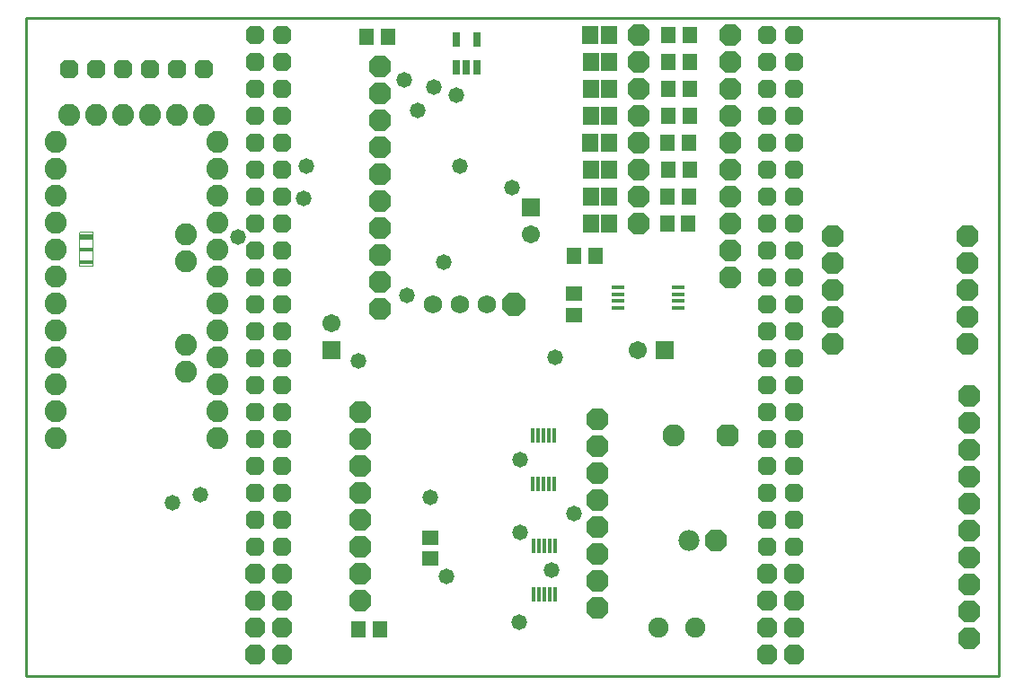
<source format=gts>
%FSLAX24Y24*%
%MOIN*%
G70*
G01*
G75*
G04 Layer_Color=8388736*
%ADD10R,0.0440X0.0560*%
%ADD11R,0.0220X0.0480*%
%ADD12R,0.0560X0.0440*%
%ADD13R,0.0520X0.0600*%
%ADD14R,0.0120X0.0570*%
%ADD15R,0.0400X0.0100*%
%ADD16C,0.0100*%
%ADD17C,0.0320*%
%ADD18R,0.0010X0.1293*%
%ADD19R,0.0010X0.0010*%
%ADD20R,0.0010X0.0170*%
%ADD21R,0.0010X0.0164*%
%ADD22R,0.0010X0.0163*%
%ADD23R,0.0010X0.0009*%
%ADD24R,0.0013X0.0010*%
%ADD25R,0.0013X0.0170*%
%ADD26R,0.0013X0.0164*%
%ADD27R,0.0013X0.0163*%
%ADD28R,0.0013X0.0009*%
%ADD29R,0.0009X0.0010*%
%ADD30R,0.0009X0.0170*%
%ADD31R,0.0009X0.0164*%
%ADD32R,0.0009X0.0163*%
%ADD33R,0.0009X0.0009*%
%ADD34R,0.0009X0.1293*%
G04:AMPARAMS|DCode=35|XSize=70mil|YSize=70mil|CornerRadius=0mil|HoleSize=0mil|Usage=FLASHONLY|Rotation=180.000|XOffset=0mil|YOffset=0mil|HoleType=Round|Shape=Octagon|*
%AMOCTAGOND35*
4,1,8,-0.0350,0.0175,-0.0350,-0.0175,-0.0175,-0.0350,0.0175,-0.0350,0.0350,-0.0175,0.0350,0.0175,0.0175,0.0350,-0.0175,0.0350,-0.0350,0.0175,0.0*
%
%ADD35OCTAGOND35*%

%ADD36C,0.0700*%
%ADD37C,0.0750*%
G04:AMPARAMS|DCode=38|XSize=75mil|YSize=75mil|CornerRadius=0mil|HoleSize=0mil|Usage=FLASHONLY|Rotation=0.000|XOffset=0mil|YOffset=0mil|HoleType=Round|Shape=Octagon|*
%AMOCTAGOND38*
4,1,8,0.0375,-0.0188,0.0375,0.0188,0.0188,0.0375,-0.0188,0.0375,-0.0375,0.0188,-0.0375,-0.0188,-0.0188,-0.0375,0.0188,-0.0375,0.0375,-0.0188,0.0*
%
%ADD38OCTAGOND38*%

G04:AMPARAMS|DCode=39|XSize=60mil|YSize=60mil|CornerRadius=0mil|HoleSize=0mil|Usage=FLASHONLY|Rotation=90.000|XOffset=0mil|YOffset=0mil|HoleType=Round|Shape=Octagon|*
%AMOCTAGOND39*
4,1,8,0.0150,0.0300,-0.0150,0.0300,-0.0300,0.0150,-0.0300,-0.0150,-0.0150,-0.0300,0.0150,-0.0300,0.0300,-0.0150,0.0300,0.0150,0.0150,0.0300,0.0*
%
%ADD39OCTAGOND39*%

%ADD40C,0.0600*%
G04:AMPARAMS|DCode=41|XSize=76mil|YSize=76mil|CornerRadius=0mil|HoleSize=0mil|Usage=FLASHONLY|Rotation=0.000|XOffset=0mil|YOffset=0mil|HoleType=Round|Shape=Octagon|*
%AMOCTAGOND41*
4,1,8,0.0380,-0.0190,0.0380,0.0190,0.0190,0.0380,-0.0190,0.0380,-0.0380,0.0190,-0.0380,-0.0190,-0.0190,-0.0380,0.0190,-0.0380,0.0380,-0.0190,0.0*
%
%ADD41OCTAGOND41*%

G04:AMPARAMS|DCode=42|XSize=66mil|YSize=66mil|CornerRadius=0mil|HoleSize=0mil|Usage=FLASHONLY|Rotation=270.000|XOffset=0mil|YOffset=0mil|HoleType=Round|Shape=Octagon|*
%AMOCTAGOND42*
4,1,8,-0.0165,-0.0330,0.0165,-0.0330,0.0330,-0.0165,0.0330,0.0165,0.0165,0.0330,-0.0165,0.0330,-0.0330,0.0165,-0.0330,-0.0165,-0.0165,-0.0330,0.0*
%
%ADD42OCTAGOND42*%

%ADD43C,0.0740*%
%ADD44C,0.0670*%
%ADD45C,0.0591*%
%ADD46R,0.0591X0.0591*%
%ADD47R,0.0591X0.0591*%
%ADD48C,0.0500*%
%ADD49R,0.0390X0.0120*%
%ADD50C,0.0180*%
%ADD51C,0.0270*%
%ADD52C,0.0060*%
%ADD53C,0.0040*%
%ADD54C,0.0080*%
%ADD55C,0.0050*%
%ADD56C,0.0079*%
%ADD57C,0.0034*%
%ADD58R,0.0260X0.0555*%
%ADD59R,0.0256X0.0555*%
%ADD60R,0.0555X0.0260*%
%ADD61R,0.0555X0.0256*%
%ADD62R,0.0200X0.0800*%
%ADD63R,0.0256X0.0555*%
%ADD64R,0.0555X0.0256*%
%ADD65R,0.0520X0.0640*%
%ADD66R,0.0300X0.0560*%
%ADD67R,0.0640X0.0520*%
%ADD68R,0.0600X0.0680*%
%ADD69R,0.0480X0.0180*%
G04:AMPARAMS|DCode=70|XSize=78mil|YSize=78mil|CornerRadius=0mil|HoleSize=0mil|Usage=FLASHONLY|Rotation=180.000|XOffset=0mil|YOffset=0mil|HoleType=Round|Shape=Octagon|*
%AMOCTAGOND70*
4,1,8,-0.0390,0.0195,-0.0390,-0.0195,-0.0195,-0.0390,0.0195,-0.0390,0.0390,-0.0195,0.0390,0.0195,0.0195,0.0390,-0.0195,0.0390,-0.0390,0.0195,0.0*
%
%ADD70OCTAGOND70*%

%ADD71C,0.0780*%
%ADD72C,0.0830*%
G04:AMPARAMS|DCode=73|XSize=83mil|YSize=83mil|CornerRadius=0mil|HoleSize=0mil|Usage=FLASHONLY|Rotation=0.000|XOffset=0mil|YOffset=0mil|HoleType=Round|Shape=Octagon|*
%AMOCTAGOND73*
4,1,8,0.0415,-0.0208,0.0415,0.0208,0.0208,0.0415,-0.0208,0.0415,-0.0415,0.0208,-0.0415,-0.0208,-0.0208,-0.0415,0.0208,-0.0415,0.0415,-0.0208,0.0*
%
%ADD73OCTAGOND73*%

G04:AMPARAMS|DCode=74|XSize=68mil|YSize=68mil|CornerRadius=0mil|HoleSize=0mil|Usage=FLASHONLY|Rotation=90.000|XOffset=0mil|YOffset=0mil|HoleType=Round|Shape=Octagon|*
%AMOCTAGOND74*
4,1,8,0.0170,0.0340,-0.0170,0.0340,-0.0340,0.0170,-0.0340,-0.0170,-0.0170,-0.0340,0.0170,-0.0340,0.0340,-0.0170,0.0340,0.0170,0.0170,0.0340,0.0*
%
%ADD74OCTAGOND74*%

%ADD75C,0.0680*%
G04:AMPARAMS|DCode=76|XSize=84mil|YSize=84mil|CornerRadius=0mil|HoleSize=0mil|Usage=FLASHONLY|Rotation=0.000|XOffset=0mil|YOffset=0mil|HoleType=Round|Shape=Octagon|*
%AMOCTAGOND76*
4,1,8,0.0420,-0.0210,0.0420,0.0210,0.0210,0.0420,-0.0210,0.0420,-0.0420,0.0210,-0.0420,-0.0210,-0.0210,-0.0420,0.0210,-0.0420,0.0420,-0.0210,0.0*
%
%ADD76OCTAGOND76*%

G04:AMPARAMS|DCode=77|XSize=74mil|YSize=74mil|CornerRadius=0mil|HoleSize=0mil|Usage=FLASHONLY|Rotation=270.000|XOffset=0mil|YOffset=0mil|HoleType=Round|Shape=Octagon|*
%AMOCTAGOND77*
4,1,8,-0.0185,-0.0370,0.0185,-0.0370,0.0370,-0.0185,0.0370,0.0185,0.0185,0.0370,-0.0185,0.0370,-0.0370,0.0185,-0.0370,-0.0185,-0.0185,-0.0370,0.0*
%
%ADD77OCTAGOND77*%

%ADD78C,0.0820*%
%ADD79C,0.0671*%
%ADD80R,0.0671X0.0671*%
%ADD81R,0.0671X0.0671*%
%ADD82C,0.0580*%
D14*
X39750Y25250D02*
D03*
X39950D02*
D03*
X40350D02*
D03*
X40150D02*
D03*
X40550D02*
D03*
Y23450D02*
D03*
X40350D02*
D03*
X40150D02*
D03*
X39950D02*
D03*
X39750D02*
D03*
X39800Y21150D02*
D03*
X40000D02*
D03*
X40400D02*
D03*
X40200D02*
D03*
X40600D02*
D03*
Y19350D02*
D03*
X40400D02*
D03*
X40200D02*
D03*
X40000D02*
D03*
X39800D02*
D03*
D16*
X20950Y16300D02*
Y40750D01*
Y16300D02*
X57050D01*
Y40750D01*
X57050Y40750D02*
X57050Y40750D01*
X20950Y40750D02*
X57050D01*
D18*
X22975Y32143D02*
D03*
D19*
X22985Y32785D02*
D03*
X22995D02*
D03*
X23005D02*
D03*
X23015D02*
D03*
X23025D02*
D03*
X23035D02*
D03*
X23045D02*
D03*
X23055D02*
D03*
X23065D02*
D03*
X23075D02*
D03*
X23085D02*
D03*
X23095D02*
D03*
X23105D02*
D03*
X23115D02*
D03*
X23125D02*
D03*
X23135D02*
D03*
X23145D02*
D03*
X23155D02*
D03*
X23165D02*
D03*
X23175D02*
D03*
X23185D02*
D03*
X23195D02*
D03*
X23205D02*
D03*
D20*
X22985Y32615D02*
D03*
X22995D02*
D03*
X23005D02*
D03*
X23015D02*
D03*
X23025D02*
D03*
X23035D02*
D03*
X23045D02*
D03*
X23055D02*
D03*
X23065D02*
D03*
X23075D02*
D03*
X23085D02*
D03*
X23095D02*
D03*
X23105D02*
D03*
X23115D02*
D03*
X23125D02*
D03*
X23135D02*
D03*
X23145D02*
D03*
X23155D02*
D03*
X23165D02*
D03*
X23175D02*
D03*
X23185D02*
D03*
X23195D02*
D03*
X23205D02*
D03*
D21*
X22985Y32138D02*
D03*
X22995D02*
D03*
X23005D02*
D03*
X23015D02*
D03*
X23025D02*
D03*
X23035D02*
D03*
X23045D02*
D03*
X23055D02*
D03*
X23065D02*
D03*
X23075D02*
D03*
X23085D02*
D03*
X23095D02*
D03*
X23105D02*
D03*
X23115D02*
D03*
X23125D02*
D03*
X23135D02*
D03*
X23145D02*
D03*
X23155D02*
D03*
X23165D02*
D03*
X23175D02*
D03*
X23185D02*
D03*
X23195D02*
D03*
X23205D02*
D03*
D22*
X22985Y31665D02*
D03*
X22995D02*
D03*
X23005D02*
D03*
X23015D02*
D03*
X23025D02*
D03*
X23035D02*
D03*
X23045D02*
D03*
X23055D02*
D03*
X23065D02*
D03*
X23075D02*
D03*
X23085D02*
D03*
X23095D02*
D03*
X23105D02*
D03*
X23115D02*
D03*
X23125D02*
D03*
X23135D02*
D03*
X23145D02*
D03*
X23155D02*
D03*
X23165D02*
D03*
X23175D02*
D03*
X23185D02*
D03*
X23195D02*
D03*
X23205D02*
D03*
D23*
X22985Y31501D02*
D03*
X22995D02*
D03*
X23005D02*
D03*
X23015D02*
D03*
X23025D02*
D03*
X23035D02*
D03*
X23045D02*
D03*
X23055D02*
D03*
X23065D02*
D03*
X23075D02*
D03*
X23085D02*
D03*
X23095D02*
D03*
X23105D02*
D03*
X23115D02*
D03*
X23125D02*
D03*
X23135D02*
D03*
X23145D02*
D03*
X23155D02*
D03*
X23165D02*
D03*
X23175D02*
D03*
X23185D02*
D03*
X23195D02*
D03*
X23205D02*
D03*
D24*
X23216Y32785D02*
D03*
D25*
Y32615D02*
D03*
D26*
X23216Y32138D02*
D03*
D27*
X23216Y31665D02*
D03*
D28*
X23216Y31501D02*
D03*
D29*
X23227Y32785D02*
D03*
X23236D02*
D03*
X23244D02*
D03*
X23253D02*
D03*
X23262D02*
D03*
X23270D02*
D03*
X23279D02*
D03*
X23287D02*
D03*
X23296D02*
D03*
X23305D02*
D03*
X23313D02*
D03*
X23322D02*
D03*
X23330D02*
D03*
X23339D02*
D03*
X23348D02*
D03*
X23356D02*
D03*
X23365D02*
D03*
X23373D02*
D03*
X23382D02*
D03*
X23391D02*
D03*
X23399D02*
D03*
X23408D02*
D03*
X23416D02*
D03*
X23425D02*
D03*
X23434D02*
D03*
X23442D02*
D03*
X23451D02*
D03*
X23459D02*
D03*
D30*
X23227Y32615D02*
D03*
X23236D02*
D03*
X23244D02*
D03*
X23253D02*
D03*
X23262D02*
D03*
X23270D02*
D03*
X23279D02*
D03*
X23287D02*
D03*
X23296D02*
D03*
X23305D02*
D03*
X23313D02*
D03*
X23322D02*
D03*
X23330D02*
D03*
X23339D02*
D03*
X23348D02*
D03*
X23356D02*
D03*
X23365D02*
D03*
X23373D02*
D03*
X23382D02*
D03*
X23391D02*
D03*
X23399D02*
D03*
X23408D02*
D03*
X23416D02*
D03*
X23425D02*
D03*
X23434D02*
D03*
X23442D02*
D03*
X23451D02*
D03*
X23459D02*
D03*
D31*
X23227Y32138D02*
D03*
X23236D02*
D03*
X23244D02*
D03*
X23253D02*
D03*
X23262D02*
D03*
X23270D02*
D03*
X23279D02*
D03*
X23287D02*
D03*
X23296D02*
D03*
X23305D02*
D03*
X23313D02*
D03*
X23322D02*
D03*
X23330D02*
D03*
X23339D02*
D03*
X23348D02*
D03*
X23356D02*
D03*
X23365D02*
D03*
X23373D02*
D03*
X23382D02*
D03*
X23391D02*
D03*
X23399D02*
D03*
X23408D02*
D03*
X23416D02*
D03*
X23425D02*
D03*
X23434D02*
D03*
X23442D02*
D03*
X23451D02*
D03*
X23459D02*
D03*
D32*
X23227Y31665D02*
D03*
X23236D02*
D03*
X23244D02*
D03*
X23253D02*
D03*
X23262Y31665D02*
D03*
X23270D02*
D03*
X23279D02*
D03*
X23287D02*
D03*
X23296Y31665D02*
D03*
X23304D02*
D03*
X23313D02*
D03*
X23322D02*
D03*
X23330D02*
D03*
X23339D02*
D03*
X23347D02*
D03*
X23356D02*
D03*
X23365D02*
D03*
X23373Y31665D02*
D03*
X23382D02*
D03*
X23391D02*
D03*
X23399Y31665D02*
D03*
X23408D02*
D03*
X23416D02*
D03*
X23425D02*
D03*
X23433D02*
D03*
X23442D02*
D03*
X23451D02*
D03*
X23459D02*
D03*
D33*
X23227Y31501D02*
D03*
X23236D02*
D03*
X23244D02*
D03*
X23253D02*
D03*
X23262D02*
D03*
X23270D02*
D03*
X23279D02*
D03*
X23287D02*
D03*
X23296D02*
D03*
X23305D02*
D03*
X23313D02*
D03*
X23322D02*
D03*
X23330D02*
D03*
X23339D02*
D03*
X23348D02*
D03*
X23356D02*
D03*
X23365D02*
D03*
X23373D02*
D03*
X23382D02*
D03*
X23391D02*
D03*
X23399D02*
D03*
X23408D02*
D03*
X23416D02*
D03*
X23425D02*
D03*
X23434D02*
D03*
X23442D02*
D03*
X23451D02*
D03*
X23459D02*
D03*
D34*
X23468Y32143D02*
D03*
D37*
X44421Y18100D02*
D03*
X45800D02*
D03*
D65*
X34394Y40050D02*
D03*
X33600D02*
D03*
X45594Y40100D02*
D03*
X44800D02*
D03*
X45594Y39100D02*
D03*
X44800D02*
D03*
X45594Y38100D02*
D03*
X44800D02*
D03*
X45600Y37100D02*
D03*
X44806D02*
D03*
X45550Y36100D02*
D03*
X44756D02*
D03*
X45600Y35100D02*
D03*
X44806D02*
D03*
X45550Y34100D02*
D03*
X44756D02*
D03*
X45544Y33100D02*
D03*
X44750D02*
D03*
X33306Y18050D02*
D03*
X34100D02*
D03*
X41306Y31900D02*
D03*
X42100D02*
D03*
D66*
X36926Y38888D02*
D03*
X37300D02*
D03*
X37680D02*
D03*
Y39920D02*
D03*
X36926D02*
D03*
D67*
X35950Y20656D02*
D03*
Y21450D02*
D03*
X41300Y30494D02*
D03*
Y29700D02*
D03*
D68*
X41910Y40100D02*
D03*
X42585D02*
D03*
X41925Y39100D02*
D03*
X42600D02*
D03*
X41925Y38100D02*
D03*
X42600D02*
D03*
X41925Y37100D02*
D03*
X42600D02*
D03*
X41910Y36107D02*
D03*
X42585D02*
D03*
X41925Y35100D02*
D03*
X42600D02*
D03*
X41925Y34100D02*
D03*
X42600D02*
D03*
X41925Y33100D02*
D03*
X42600D02*
D03*
D69*
X45158Y29966D02*
D03*
Y30222D02*
D03*
Y30480D02*
D03*
Y30740D02*
D03*
X42940D02*
D03*
Y30480D02*
D03*
Y30222D02*
D03*
Y29966D02*
D03*
D70*
X43700Y40100D02*
D03*
Y39100D02*
D03*
Y38100D02*
D03*
Y37100D02*
D03*
Y36100D02*
D03*
Y35100D02*
D03*
Y34100D02*
D03*
Y33100D02*
D03*
X42150Y25850D02*
D03*
Y24850D02*
D03*
Y23850D02*
D03*
Y22850D02*
D03*
Y21850D02*
D03*
Y20850D02*
D03*
Y19850D02*
D03*
Y18850D02*
D03*
X55950Y26700D02*
D03*
Y25700D02*
D03*
Y24700D02*
D03*
Y23700D02*
D03*
Y22700D02*
D03*
Y21700D02*
D03*
Y20700D02*
D03*
Y19700D02*
D03*
Y18700D02*
D03*
Y17700D02*
D03*
X47100Y40100D02*
D03*
Y39100D02*
D03*
Y38100D02*
D03*
Y37100D02*
D03*
Y36100D02*
D03*
Y35100D02*
D03*
Y34100D02*
D03*
Y33100D02*
D03*
Y32100D02*
D03*
Y31100D02*
D03*
X34100Y29950D02*
D03*
Y30950D02*
D03*
Y31950D02*
D03*
Y32950D02*
D03*
Y33950D02*
D03*
Y34950D02*
D03*
Y35950D02*
D03*
Y36950D02*
D03*
Y37950D02*
D03*
Y38950D02*
D03*
X46550Y21350D02*
D03*
X33350Y26100D02*
D03*
Y25100D02*
D03*
Y24100D02*
D03*
Y23100D02*
D03*
Y22100D02*
D03*
Y21100D02*
D03*
Y20100D02*
D03*
Y19100D02*
D03*
X50900Y32650D02*
D03*
Y31650D02*
D03*
Y30650D02*
D03*
Y29650D02*
D03*
Y28650D02*
D03*
X55900D02*
D03*
Y29650D02*
D03*
Y30650D02*
D03*
Y31650D02*
D03*
Y32650D02*
D03*
D71*
X45550Y21350D02*
D03*
D72*
X45000Y25250D02*
D03*
D73*
X47000D02*
D03*
D74*
X22550Y38850D02*
D03*
X23550D02*
D03*
X24550D02*
D03*
X25550D02*
D03*
X26550D02*
D03*
X27550D02*
D03*
X48450Y40100D02*
D03*
X49450D02*
D03*
X48450Y39100D02*
D03*
X49450D02*
D03*
X48450Y38100D02*
D03*
X49450D02*
D03*
X48450Y37100D02*
D03*
X49450D02*
D03*
X48450Y36100D02*
D03*
X49450D02*
D03*
X48450Y35100D02*
D03*
X49450D02*
D03*
X48450Y34100D02*
D03*
X49450D02*
D03*
X48450Y33100D02*
D03*
X49450D02*
D03*
X48450Y32100D02*
D03*
X49450D02*
D03*
X48450Y31100D02*
D03*
X49450D02*
D03*
X48450Y30100D02*
D03*
X49450D02*
D03*
X48450Y29100D02*
D03*
X49450D02*
D03*
X48450Y28100D02*
D03*
X49450D02*
D03*
X48450Y27100D02*
D03*
X49450D02*
D03*
X48450Y26100D02*
D03*
X49450D02*
D03*
X48450Y25100D02*
D03*
X49450D02*
D03*
X48450Y24100D02*
D03*
X49450D02*
D03*
X48450Y23100D02*
D03*
X49450D02*
D03*
X48450Y22100D02*
D03*
X49450D02*
D03*
X48450Y21100D02*
D03*
X49450D02*
D03*
X29450Y40100D02*
D03*
X30450D02*
D03*
X29450Y39100D02*
D03*
X30450D02*
D03*
X29450Y38100D02*
D03*
X30450D02*
D03*
X29450Y37100D02*
D03*
X30450D02*
D03*
X29450Y36100D02*
D03*
X30450D02*
D03*
X29450Y35100D02*
D03*
X30450D02*
D03*
X29450Y34100D02*
D03*
X30450D02*
D03*
X29450Y33100D02*
D03*
X30450D02*
D03*
X29450Y32100D02*
D03*
X30450D02*
D03*
X29450Y31100D02*
D03*
X30450D02*
D03*
X29450Y30100D02*
D03*
X30450D02*
D03*
X29450Y29100D02*
D03*
X30450D02*
D03*
X29450Y28100D02*
D03*
X30450D02*
D03*
X29450Y27100D02*
D03*
X30450D02*
D03*
X29450Y26100D02*
D03*
X30450D02*
D03*
X29450Y25100D02*
D03*
X30450D02*
D03*
X29450Y24100D02*
D03*
X30450D02*
D03*
X29450Y23100D02*
D03*
X30450D02*
D03*
X29450Y22100D02*
D03*
X30450D02*
D03*
X29450Y21100D02*
D03*
X30450D02*
D03*
D75*
X36050Y30100D02*
D03*
X37050D02*
D03*
X38050D02*
D03*
D76*
X39050D02*
D03*
D77*
X48450Y20100D02*
D03*
X49450D02*
D03*
X48450Y19100D02*
D03*
X49450D02*
D03*
X48450Y18100D02*
D03*
X49450D02*
D03*
X48450Y17100D02*
D03*
X49450D02*
D03*
X29450Y20100D02*
D03*
X30450D02*
D03*
X29450Y19100D02*
D03*
X30450D02*
D03*
X29450Y18100D02*
D03*
X30450D02*
D03*
X29450Y17100D02*
D03*
X30450D02*
D03*
D78*
X28050Y32150D02*
D03*
Y33150D02*
D03*
Y34150D02*
D03*
Y35150D02*
D03*
Y36150D02*
D03*
X22050D02*
D03*
Y35150D02*
D03*
Y34150D02*
D03*
Y33150D02*
D03*
Y32150D02*
D03*
X26900Y32700D02*
D03*
X22550Y37150D02*
D03*
X23550D02*
D03*
X24550D02*
D03*
X25550D02*
D03*
X26550D02*
D03*
X27550D02*
D03*
X28050Y25150D02*
D03*
Y26150D02*
D03*
Y27150D02*
D03*
Y28150D02*
D03*
Y29150D02*
D03*
Y30150D02*
D03*
Y31150D02*
D03*
X22050D02*
D03*
Y30150D02*
D03*
Y29150D02*
D03*
Y28150D02*
D03*
Y27150D02*
D03*
Y26150D02*
D03*
Y25150D02*
D03*
X26900Y31700D02*
D03*
Y28600D02*
D03*
Y27600D02*
D03*
D79*
X39700Y32700D02*
D03*
X43650Y28400D02*
D03*
X32300Y29400D02*
D03*
D80*
X39700Y33700D02*
D03*
X32300Y28400D02*
D03*
D81*
X44650D02*
D03*
D82*
X39250Y18300D02*
D03*
X33290Y27990D02*
D03*
X39300Y24350D02*
D03*
X28830Y32600D02*
D03*
X36926Y37874D02*
D03*
X37050Y35250D02*
D03*
X31350Y35220D02*
D03*
X40450Y20250D02*
D03*
X36550Y20000D02*
D03*
X26380Y22740D02*
D03*
X41300Y22350D02*
D03*
X39300Y21640D02*
D03*
X36100Y38160D02*
D03*
X39010Y34420D02*
D03*
X35480Y37300D02*
D03*
X36450Y31660D02*
D03*
X35080Y30430D02*
D03*
X27420Y23020D02*
D03*
X40600Y28150D02*
D03*
X35000Y38450D02*
D03*
X35950Y22950D02*
D03*
X31250Y34050D02*
D03*
M02*

</source>
